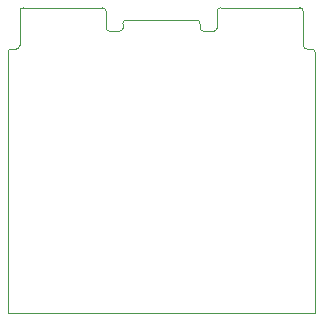
<source format=gbr>
%TF.GenerationSoftware,KiCad,Pcbnew,9.0.7*%
%TF.CreationDate,2026-02-26T13:23:58-05:00*%
%TF.ProjectId,Mag Charger,4d616720-4368-4617-9267-65722e6b6963,X1*%
%TF.SameCoordinates,Original*%
%TF.FileFunction,Profile,NP*%
%FSLAX46Y46*%
G04 Gerber Fmt 4.6, Leading zero omitted, Abs format (unit mm)*
G04 Created by KiCad (PCBNEW 9.0.7) date 2026-02-26 13:23:58*
%MOMM*%
%LPD*%
G01*
G04 APERTURE LIST*
%TA.AperFunction,Profile*%
%ADD10C,0.050000*%
%TD*%
G04 APERTURE END LIST*
D10*
X111268950Y-124000000D02*
X105331050Y-124000000D01*
X111268918Y-124000000D02*
G75*
G02*
X111568900Y-124300000I-18J-300000D01*
G01*
X120311050Y-126150000D02*
X120311050Y-123250000D01*
X120611050Y-126450000D02*
X121011050Y-126450000D01*
X95315850Y-126745200D02*
G75*
G02*
X95615850Y-126445150I300050J0D01*
G01*
X121310000Y-148805000D02*
X121311050Y-126750000D01*
X96611050Y-122950000D02*
X103311050Y-122950000D01*
X113011050Y-124650000D02*
X113011050Y-123250000D01*
X105031050Y-124300000D02*
X105031050Y-124650000D01*
X120011050Y-122950000D02*
G75*
G02*
X120311000Y-123250000I-50J-300000D01*
G01*
X120611050Y-126450000D02*
G75*
G02*
X120311100Y-126150000I50J300000D01*
G01*
X95315850Y-126745200D02*
X95310326Y-148805000D01*
X111868918Y-124950000D02*
G75*
G02*
X111568900Y-124650000I-18J300000D01*
G01*
X120011050Y-122950000D02*
X113311050Y-122950000D01*
X96311050Y-123250000D02*
X96311050Y-126150000D01*
X103911050Y-124950000D02*
G75*
G02*
X103611100Y-124650000I50J300000D01*
G01*
X103611050Y-124650000D02*
X103611050Y-123250000D01*
X112711050Y-124950000D02*
X111868918Y-124950000D01*
X103911050Y-124950000D02*
X104731050Y-124950000D01*
X113011050Y-123250000D02*
G75*
G02*
X113311050Y-122949950I300050J0D01*
G01*
X113011050Y-124650000D02*
G75*
G02*
X112711050Y-124950050I-300050J0D01*
G01*
X96311050Y-126150000D02*
G75*
G02*
X96011050Y-126450050I-300050J0D01*
G01*
X111568918Y-124300000D02*
X111568918Y-124650000D01*
X96311050Y-123250000D02*
G75*
G02*
X96611050Y-122949950I300050J0D01*
G01*
X103311050Y-122950000D02*
G75*
G02*
X103611000Y-123250000I-50J-300000D01*
G01*
X105031050Y-124650000D02*
G75*
G02*
X104731050Y-124950050I-300050J0D01*
G01*
X96011050Y-126450000D02*
X95615850Y-126445200D01*
X121011050Y-126450000D02*
G75*
G02*
X121311000Y-126750000I-50J-300000D01*
G01*
X105031050Y-124300000D02*
G75*
G02*
X105331050Y-123999950I300050J0D01*
G01*
%TO.C,J1*%
X108300000Y-148805000D02*
X95310000Y-148805000D01*
X108300000Y-148805000D02*
X121310000Y-148805000D01*
%TD*%
M02*

</source>
